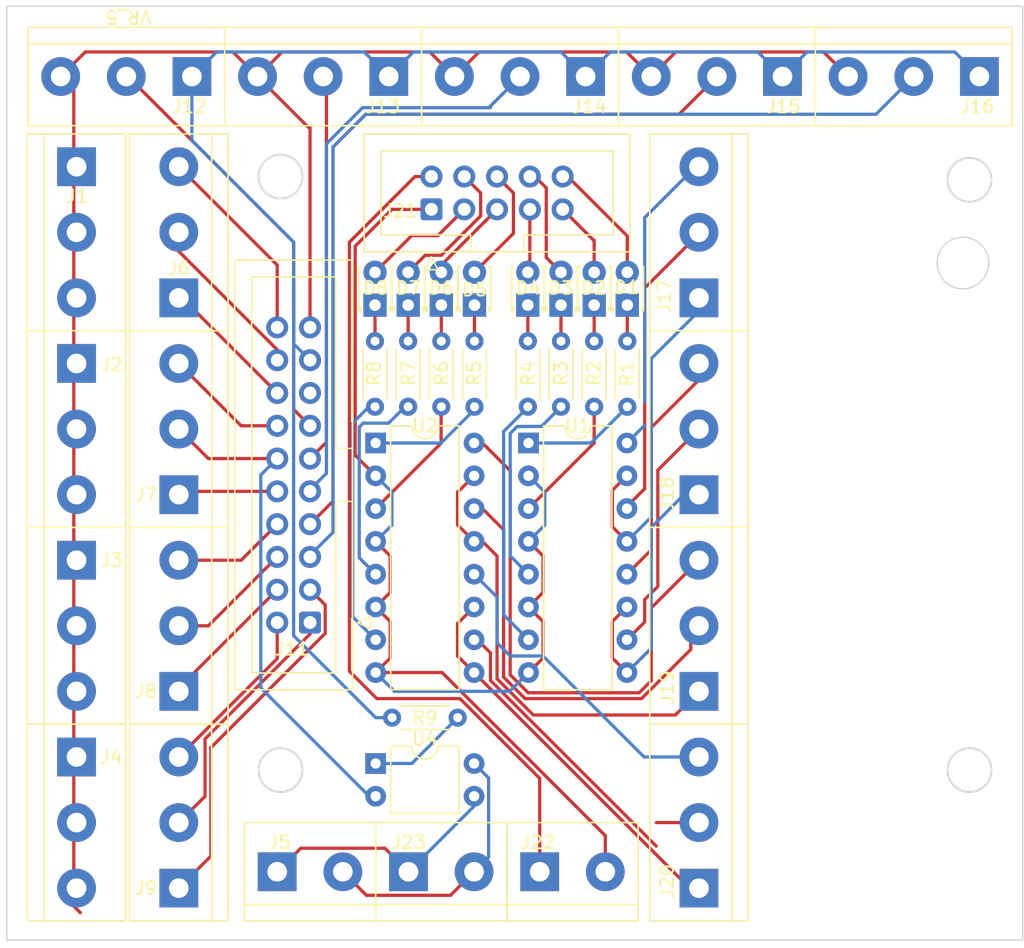
<source format=kicad_pcb>
(kicad_pcb (version 20221018) (generator pcbnew)
  (title_block (title "Control Panel Faceplate IO Breakout Board") (rev "0"))
  (layers (0 "F.Cu" signal) (31 "B.Cu" signal) (34 "B.Paste" user) (35 "F.Paste" user) (36 "B.SilkS" user "B.Silkscreen") (37 "F.SilkS" user "F.Silkscreen") (38 "B.Mask" user) (39 "F.Mask" user) (44 "Edge.Cuts" user))
  (net 0 "")
  (net 1 "/SW_T1")
  (net 2 "/SW_T2")
  (net 3 "/SW_T3")
  (net 4 "/SW_T4")
  (net 5 "/SW_T5")
  (net 6 "/SW_R1")
  (net 7 "/SW_R2")
  (net 8 "/SW_R3")
  (net 9 "/SW_R4")
  (net 10 "/SW_P1")
  (net 11 "/SW_P2")
  (net 12 "/SW_P3")
  (net 13 "/VR_1")
  (net 14 "/VR_2")
  (net 15 "/VR_3")
  (net 16 "/VR_4")
  (net 17 "/VR_5")
  (net 18 "/5V")
  (net 19 "Net-(D1-K)")
  (net 20 "/3V3")
  (net 21 "/GND")
  (net 22 "Net-(D1-A)")
  (net 23 "Net-(D2-K)")
  (net 24 "Net-(D2-A)")
  (net 25 "Net-(D3-K)")
  (net 26 "Net-(D3-A)")
  (net 27 "Net-(D4-K)")
  (net 28 "Net-(D4-A)")
  (net 29 "Net-(D5-K)")
  (net 30 "Net-(D5-A)")
  (net 31 "Net-(D6-K)")
  (net 32 "Net-(D6-A)")
  (net 33 "Net-(D7-K)")
  (net 34 "Net-(D7-A)")
  (net 35 "/GND2")
  (net 36 "Net-(D8-K)")
  (net 37 "Net-(D8-A)")
  (net 38 "Net-(J23-Pin_1)")
  (net 39 "Net-(J23-Pin_2)")
  (net 41 "Net-(J17-Pin_1)")
  (net 42 "Net-(J17-Pin_2)")
  (net 43 "Net-(J17-Pin_3)")
  (net 44 "Net-(J18-Pin_1)")
  (net 45 "Net-(J18-Pin_2)")
  (net 46 "Net-(J18-Pin_3)")
  (net 47 "Net-(J19-Pin_1)")
  (net 48 "Net-(J19-Pin_2)")
  (net 49 "Net-(J19-Pin_3)")
  (net 50 "Net-(J20-Pin_1)")
  (net 51 "Net-(J20-Pin_2)")
  (net 52 "Net-(J20-Pin_3)")
  (net 53 "Net-(R1-Pad1)")
  (net 54 "Net-(R2-Pad1)")
  (net 55 "Net-(R3-Pad1)")
  (net 56 "Net-(R4-Pad1)")
  (net 57 "Net-(R7-Pad1)")
  (net 58 "Net-(R8-Pad1)")
  (net 59 "Net-(R5-Pad1)")
  (net 60 "Net-(R6-Pad1)")
  (net 61 "Net-(R9-Pad1)")
  (footprint "TerminalBlock:TerminalBlock_bornier-3_P5.08mm" (layer "F.Cu") (at 75.438 4.445 180)
    (fp_text reference "J16")
    (fp_text value "Screw_Terminal_01x03")
  )
  (footprint "LED_THT:LED_D1.8mm_W3.3mm_H2.4mm" (layer "F.Cu") (at 28.652 22.14775 90)
    (fp_text reference "D8")
    (fp_text value "LED")
  )
  (footprint "Resistor_THT:R_Axial_DIN0204_L3.6mm_D1.6mm_P5.08mm_Horizontal" (layer "F.Cu") (at 28.652 30.02175 90)
    (fp_text reference "R8")
    (fp_text value "R_US")
  )
  (footprint "Connector_IDC:IDC-Header_2x05_P2.54mm_Vertical" (layer "F.Cu") (at 33.02 14.732 90)
    (fp_text reference "J21")
    (fp_text value "IDC_SW")
  )
  (footprint "LED_THT:LED_D1.8mm_W3.3mm_H2.4mm" (layer "F.Cu") (at 36.352 22.14775 90)
    (fp_text reference "D5")
    (fp_text value "LED")
  )
  (footprint "LED_THT:LED_D1.8mm_W3.3mm_H2.4mm" (layer "F.Cu") (at 40.484 22.14775 90)
    (fp_text reference "D4")
    (fp_text value "LED")
  )
  (footprint "TerminalBlock:TerminalBlock_bornier-3_P5.08mm" (layer "F.Cu") (at 5.548858 26.669234 -90)
    (fp_text reference "J2")
    (fp_text value "Screw_Terminal_01x03")
  )
  (footprint "TerminalBlock:TerminalBlock_bornier-3_P5.08mm" (layer "F.Cu") (at 13.462 52.07 90)
    (fp_text reference "J8")
    (fp_text value "Screw_Terminal_01x03")
  )
  (footprint "Resistor_THT:R_Axial_DIN0204_L3.6mm_D1.6mm_P5.08mm_Horizontal" (layer "F.Cu") (at 45.617332 30.02175 90)
    (fp_text reference "R2")
    (fp_text value "R_US")
  )
  (footprint "LED_THT:LED_D1.8mm_W3.3mm_H2.4mm" (layer "F.Cu") (at 48.184 22.14775 90)
    (fp_text reference "D1")
    (fp_text value "LED")
  )
  (footprint "Package_DIP:DIP-16_W7.62mm" (layer "F.Cu") (at 40.534 32.83075)
    (fp_text reference "U1")
    (fp_text value "LTV-847")
  )
  (footprint "LED_THT:LED_D1.8mm_W3.3mm_H2.4mm" (layer "F.Cu") (at 45.617332 22.14775 90)
    (fp_text reference "D2")
    (fp_text value "LED")
  )
  (footprint "Connector_IDC:IDC-Header_2x10_P2.54mm_Vertical" (layer "F.Cu") (at 23.622 46.736 180)
    (fp_text reference "J11")
    (fp_text value "J_IDC_SW_IN")
  )
  (footprint "TerminalBlock:TerminalBlock_bornier-3_P5.08mm" (layer "F.Cu") (at 13.462 67.31 90)
    (fp_text reference "J9")
    (fp_text value "Screw_Terminal_01x03")
  )
  (footprint "TerminalBlock:TerminalBlock_bornier-3_P5.08mm" (layer "F.Cu") (at 13.462 36.83 90)
    (fp_text reference "J7")
    (fp_text value "Screw_Terminal_01x03")
  )
  (footprint "TerminalBlock:TerminalBlock_bornier-3_P5.08mm" (layer "F.Cu") (at 5.548858 11.429234 -90)
    (fp_text reference "J1")
    (fp_text value "Screw_Terminal_01x03")
  )
  (footprint "TerminalBlock:TerminalBlock_bornier-3_P5.08mm" (layer "F.Cu") (at 5.548858 57.149234 -90)
    (fp_text reference "J4")
    (fp_text value "Screw_Terminal_01x03")
  )
  (footprint "Resistor_THT:R_Axial_DIN0204_L3.6mm_D1.6mm_P5.08mm_Horizontal" (layer "F.Cu") (at 40.484 30.02175 90)
    (fp_text reference "R4")
    (fp_text value "R_US")
  )
  (footprint "TerminalBlock:TerminalBlock_bornier-3_P5.08mm" (layer "F.Cu") (at 14.478 4.445 180)
    (fp_text reference "J12")
    (fp_text value "Screw_Terminal_01x03")
  )
  (footprint "TerminalBlock:TerminalBlock_bornier-2_P5.08mm" (layer "F.Cu") (at 21.082 66.04)
    (fp_text reference "J5")
    (fp_text value "Screw_Terminal_01x03")
  )
  (footprint "TerminalBlock:TerminalBlock_bornier-3_P5.08mm" (layer "F.Cu") (at 60.198 4.445 180)
    (fp_text reference "J15")
    (fp_text value "Screw_Terminal_01x03")
  )
  (footprint "Resistor_THT:R_Axial_DIN0204_L3.6mm_D1.6mm_P5.08mm_Horizontal" (layer "F.Cu") (at 33.785332 30.02175 90)
    (fp_text reference "R6")
    (fp_text value "R_US")
  )
  (footprint "TerminalBlock:TerminalBlock_bornier-3_P5.08mm" (layer "F.Cu") (at 53.732 21.59 90)
    (fp_text reference "J17")
    (fp_text value "Screw_Terminal_01x03")
  )
  (footprint "TerminalBlock:TerminalBlock_bornier-2_P5.08mm" (layer "F.Cu") (at 41.402 66.04)
    (fp_text reference "J22")
    (fp_text value "Screw_Terminal_01x02")
  )
  (footprint "TerminalBlock:TerminalBlock_bornier-3_P5.08mm" (layer "F.Cu") (at 29.718 4.445 180)
    (fp_text reference "J13")
    (fp_text value "Screw_Terminal_01x03")
  )
  (footprint "TerminalBlock:TerminalBlock_bornier-2_P5.08mm" (layer "F.Cu") (at 31.242 66.04)
    (fp_text reference "J23")
    (fp_text value "Screw_Terminal_01x03")
  )
  (footprint "Resistor_THT:R_Axial_DIN0204_L3.6mm_D1.6mm_P5.08mm_Horizontal" (layer "F.Cu") (at 36.352 30.02175 90)
    (fp_text reference "R5")
    (fp_text value "R_US")
  )
  (footprint "TerminalBlock:TerminalBlock_bornier-3_P5.08mm" (layer "F.Cu") (at 53.732 67.31 90)
    (fp_text reference "J20")
    (fp_text value "Screw_Terminal_01x03")
  )
  (footprint "Package_DIP:DIP-16_W7.62mm" (layer "F.Cu") (at 28.702 32.83075)
    (fp_text reference "U2")
    (fp_text value "LTV-847")
  )
  (footprint "Resistor_THT:R_Axial_DIN0204_L3.6mm_D1.6mm_P5.08mm_Horizontal" (layer "F.Cu") (at 31.218666 30.02175 90)
    (fp_text reference "R7")
    (fp_text value "R_US")
  )
  (footprint "TerminalBlock:TerminalBlock_bornier-3_P5.08mm" (layer "F.Cu") (at 44.958 4.445 180)
    (fp_text reference "J14")
    (fp_text value "Screw_Terminal_01x03")
  )
  (footprint "TerminalBlock:TerminalBlock_bornier-3_P5.08mm" (layer "F.Cu") (at 5.548858 41.909234 -90)
    (fp_text reference "J3")
    (fp_text value "Screw_Terminal_01x03")
  )
  (footprint "Resistor_THT:R_Axial_DIN0204_L3.6mm_D1.6mm_P5.08mm_Horizontal" (layer "F.Cu") (at 43.050666 30.02175 90)
    (fp_text reference "R3")
    (fp_text value "R_US")
  )
  (footprint "LED_THT:LED_D1.8mm_W3.3mm_H2.4mm" (layer "F.Cu") (at 33.785332 22.14775 90)
    (fp_text reference "D6")
    (fp_text value "LED")
  )
  (footprint "TerminalBlock:TerminalBlock_bornier-3_P5.08mm" (layer "F.Cu") (at 53.732 52.07 90)
    (fp_text reference "J19")
    (fp_text value "Screw_Terminal_01x03")
  )
  (footprint "Resistor_THT:R_Axial_DIN0204_L3.6mm_D1.6mm_P5.08mm_Horizontal" (layer "F.Cu") (at 48.184 30.02175 90)
    (fp_text reference "R1")
    (fp_text value "R_US")
  )
  (footprint "TerminalBlock:TerminalBlock_bornier-3_P5.08mm" (layer "F.Cu") (at 53.732 36.83 90)
    (fp_text reference "J18")
    (fp_text value "Screw_Terminal_01x03")
  )
  (footprint "LED_THT:LED_D1.8mm_W3.3mm_H2.4mm" (layer "F.Cu") (at 31.218666 22.14775 90)
    (fp_text reference "D7")
    (fp_text value "LED")
  )
  (footprint "TerminalBlock:TerminalBlock_bornier-3_P5.08mm" (layer "F.Cu") (at 13.462 21.59 90)
    (fp_text reference "J6")
    (fp_text value "Screw_Terminal_01x03")
  )
  (footprint "LED_THT:LED_D1.8mm_W3.3mm_H2.4mm" (layer "F.Cu") (at 43.050666 22.14775 90)
    (fp_text reference "D3")
    (fp_text value "LED")
  )
  (footprint "Resistor_THT:R_Axial_DIN0204_L3.6mm_D1.6mm_P5.08mm_Horizontal" (layer "F.Cu") (at 35.052 54.102 180)
    (fp_text reference "R9")
    (fp_text value "R_US")
  )
  (footprint "Package_DIP:DIP-4_W7.62mm" (layer "F.Cu") (at 28.702 57.653)
    (fp_text reference "U4")
    (fp_text value "LTV-817")
  )
  (gr_circle (center 74.676 12.446) (end 76.376 12.446) (stroke (width 0.15)) (fill none) (layer "Edge.Cuts"))
  (gr_circle (center 74.166 18.89) (end 76.166 18.89) (stroke (width 0.1)) (fill none) (layer "Edge.Cuts"))
  (gr_circle (center 21.336 12.192) (end 23.036 12.192) (stroke (width 0.15)) (fill none) (layer "Edge.Cuts"))
  (gr_circle (center 74.676 58.166) (end 76.376 58.166) (stroke (width 0.15)) (fill none) (layer "Edge.Cuts"))
  (gr_circle (center 21.336 58.166) (end 23.036 58.166) (stroke (width 0.15)) (fill none) (layer "Edge.Cuts"))
  (gr_rect (start 0.143 -1) (end 78.793 71.332) (stroke (width 0.1)) (fill none) (layer "Edge.Cuts"))
  (gr_text "VR_5" (at 11.43 -0.762 180) (layer "F.SilkS") (effects (font (size 1 1)) (justify left bottom)))
  (segment (start 21.082 19.05) (end 13.462 11.43) (width 0.25) (layer "F.Cu") (net 1))
  (segment (start 21.082 23.876) (end 21.082 19.05) (width 0.25) (layer "F.Cu") (net 1))
  (segment (start 13.462 17.987) (end 13.462 16.51) (width 0.25) (layer "F.Cu") (net 2))
  (segment (start 21.082 25.607) (end 13.462 17.987) (width 0.25) (layer "F.Cu") (net 2))
  (segment (start 21.082 26.416) (end 21.082 25.607) (width 0.25) (layer "F.Cu") (net 2))
  (segment (start 14.732 21.59) (end 13.462 21.59) (width 0.25) (layer "F.Cu") (net 3))
  (segment (start 21.082 28.956) (end 13.716 21.59) (width 0.25) (layer "F.Cu") (net 3))
  (segment (start 13.716 21.59) (end 13.462 21.59) (width 0.25) (layer "F.Cu") (net 3))
  (segment (start 18.288 31.496) (end 18.542 31.496) (width 0.25) (layer "F.Cu") (net 4))
  (segment (start 21.082 31.496) (end 18.542 31.496) (width 0.25) (layer "F.Cu") (net 4))
  (segment (start 13.462 26.67) (end 18.288 31.496) (width 0.25) (layer "F.Cu") (net 4))
  (segment (start 21.082 31.496) (end 21.082 32.258) (width 0.25) (layer "B.Cu") (net 4))
  (segment (start 15.748 34.036) (end 16.764 34.036) (width 0.25) (layer "F.Cu") (net 5))
  (segment (start 13.462 31.75) (end 15.748 34.036) (width 0.25) (layer "F.Cu") (net 5))
  (segment (start 21.082 34.036) (end 16.764 34.036) (width 0.25) (layer "F.Cu") (net 5))
  (segment (start 21.082 34.036) (end 19.812 35.306) (width 0.25) (layer "B.Cu") (net 5))
  (segment (start 28.702 60.193) (end 28.204 60.193) (width 0.25) (layer "B.Cu") (net 5))
  (segment (start 19.812 51.801) (end 19.812 35.306) (width 0.25) (layer "B.Cu") (net 5))
  (segment (start 28.204 60.193) (end 19.812 51.801) (width 0.25) (layer "B.Cu") (net 5))
  (segment (start 21.082 36.576) (end 13.716 36.576) (width 0.25) (layer "F.Cu") (net 6))
  (segment (start 13.716 36.576) (end 13.462 36.83) (width 0.25) (layer "F.Cu") (net 6))
  (segment (start 21.082 39.116) (end 19.939 40.259) (width 0.25) (layer "F.Cu") (net 7))
  (segment (start 18.288 41.91) (end 19.939 40.259) (width 0.25) (layer "F.Cu") (net 7))
  (segment (start 13.462 41.91) (end 18.288 41.91) (width 0.25) (layer "F.Cu") (net 7))
  (segment (start 15.748 46.99) (end 16.256 46.482) (width 0.25) (layer "F.Cu") (net 8))
  (segment (start 13.462 46.99) (end 15.748 46.99) (width 0.25) (layer "F.Cu") (net 8))
  (segment (start 21.082 41.656) (end 16.256 46.482) (width 0.25) (layer "F.Cu") (net 8))
  (segment (start 21.082 44.196) (end 13.462 51.816) (width 0.25) (layer "F.Cu") (net 9))
  (segment (start 21.082 49.53) (end 13.462 57.15) (width 0.25) (layer "F.Cu") (net 10))
  (segment (start 21.082 49.53) (end 21.082 46.736) (width 0.25) (layer "F.Cu") (net 10))
  (segment (start 15.494 55.754396) (end 23.622 47.626396) (width 0.25) (layer "F.Cu") (net 11))
  (segment (start 13.462 62.23) (end 15.494 60.198) (width 0.25) (layer "F.Cu") (net 11))
  (segment (start 15.494 60.198) (end 15.494 55.754396) (width 0.25) (layer "F.Cu") (net 11))
  (segment (start 23.622 47.626396) (end 23.622 46.736) (width 0.25) (layer "F.Cu") (net 11))
  (segment (start 24.797 47.574173) (end 24.797 45.371) (width 0.25) (layer "F.Cu") (net 12))
  (segment (start 15.944 56.427173) (end 24.797 47.574173) (width 0.25) (layer "F.Cu") (net 12))
  (segment (start 24.797 45.371) (end 23.622 44.196) (width 0.25) (layer "F.Cu") (net 12))
  (segment (start 15.944 64.828) (end 15.944 56.427173) (width 0.25) (layer "F.Cu") (net 12))
  (segment (start 13.462 67.31) (end 15.944 64.828) (width 0.25) (layer "F.Cu") (net 12))
  (segment (start 27.94 7.366) (end 67.437 7.366) (width 0.25) (layer "B.Cu") (net 13))
  (segment (start 23.622 41.529) (end 25.4 39.751) (width 0.25) (layer "B.Cu") (net 13))
  (segment (start 67.437 7.366) (end 70.358 4.445) (width 0.25) (layer "B.Cu") (net 13))
  (segment (start 25.4 9.906) (end 27.94 7.366) (width 0.25) (layer "B.Cu") (net 13))
  (segment (start 25.4 39.751) (end 25.4 9.906) (width 0.25) (layer "B.Cu") (net 13))
  (segment (start 25.4 9.906) (end 27.94 7.366) (width 0.25) (layer "F.Cu") (net 14))
  (segment (start 27.94 7.366) (end 52.324 7.366) (width 0.25) (layer "F.Cu") (net 14))
  (segment (start 25.4 37.338) (end 25.4 9.906) (width 0.25) (layer "F.Cu") (net 14))
  (segment (start 52.197 7.366) (end 55.118 4.445) (width 0.25) (layer "F.Cu") (net 14))
  (segment (start 23.622 39.116) (end 25.4 37.338) (width 0.25) (layer "F.Cu") (net 14))
  (segment (start 27.686 6.858) (end 37.592 6.858) (width 0.25) (layer "B.Cu") (net 15))
  (segment (start 24.892 35.179) (end 24.892 9.652) (width 0.25) (layer "B.Cu") (net 15))
  (segment (start 23.622 36.449) (end 24.892 35.179) (width 0.25) (layer "B.Cu") (net 15))
  (segment (start 39.878 4.445) (end 37.465 6.858) (width 0.25) (layer "B.Cu") (net 15))
  (segment (start 24.892 9.652) (end 27.686 6.858) (width 0.25) (layer "B.Cu") (net 15))
  (segment (start 24.892 32.766) (end 24.892 4.699) (width 0.25) (layer "F.Cu") (net 16))
  (segment (start 23.622 34.036) (end 24.892 32.766) (width 0.25) (layer "F.Cu") (net 16))
  (segment (start 24.892 4.699) (end 24.638 4.445) (width 0.25) (layer "F.Cu") (net 16))
  (segment (start 22.352 17.272) (end 22.352 30.226) (width 0.25) (layer "F.Cu") (net 17))
  (segment (start 9.398 4.445) (end 9.525 4.445) (width 0.25) (layer "F.Cu") (net 17))
  (segment (start 9.525 4.445) (end 22.352 17.272) (width 0.25) (layer "F.Cu") (net 17))
  (segment (start 22.352 30.226) (end 23.622 31.496) (width 0.25) (layer "F.Cu") (net 17))
  (segment (start 14.478 9.398) (end 22.352 17.272) (width 0.25) (layer "B.Cu") (net 18))
  (segment (start 46.863 2.54) (end 58.293 2.54) (width 0.25) (layer "B.Cu") (net 18))
  (segment (start 22.352 47.752) (end 28.702 54.102) (width 0.25) (layer "B.Cu") (net 18))
  (segment (start 44.958 4.445) (end 46.863 2.54) (width 0.25) (layer "B.Cu") (net 18))
  (segment (start 22.352 25.146) (end 22.352 20.32) (width 0.25) (layer "B.Cu") (net 18))
  (segment (start 60.198 4.445) (end 62.103 2.54) (width 0.25) (layer "B.Cu") (net 18))
  (segment (start 43.053 2.54) (end 44.958 4.445) (width 0.25) (layer "B.Cu") (net 18))
  (segment (start 22.352 17.272) (end 22.352 20.32) (width 0.25) (layer "B.Cu") (net 18))
  (segment (start 73.533 2.54) (end 75.438 4.445) (width 0.25) (layer "B.Cu") (net 18))
  (segment (start 31.623 2.54) (end 43.053 2.54) (width 0.25) (layer "B.Cu") (net 18))
  (segment (start 62.103 2.54) (end 73.533 2.54) (width 0.25) (layer "B.Cu") (net 18))
  (segment (start 27.813 2.54) (end 29.718 4.445) (width 0.25) (layer "B.Cu") (net 18))
  (segment (start 14.478 4.445) (end 16.383 2.54) (width 0.25) (layer "B.Cu") (net 18))
  (segment (start 29.718 4.445) (end 31.623 2.54) (width 0.25) (layer "B.Cu") (net 18))
  (segment (start 28.702 54.102) (end 29.972 54.102) (width 0.25) (layer "B.Cu") (net 18))
  (segment (start 14.478 4.445) (end 14.478 9.398) (width 0.25) (layer "B.Cu") (net 18))
  (segment (start 16.383 2.54) (end 27.813 2.54) (width 0.25) (layer "B.Cu") (net 18))
  (segment (start 23.622 26.416) (end 22.352 25.146) (width 0.25) (layer "B.Cu") (net 18))
  (segment (start 58.293 2.54) (end 60.198 4.445) (width 0.25) (layer "B.Cu") (net 18))
  (segment (start 22.352 20.32) (end 22.352 47.752) (width 0.25) (layer "B.Cu") (net 18))
  (segment (start 48.184 22.14775) (end 48.184 24.94175) (width 0.25) (layer "F.Cu") (net 19))
  (segment (start 26.67 17.272) (end 26.67 50.509745) (width 0.25) (layer "F.Cu") (net 20))
  (segment (start 35.227354 52.62775) (end 41.402 58.802396) (width 0.25) (layer "F.Cu") (net 20))
  (segment (start 26.67 50.509745) (end 28.788005 52.62775) (width 0.25) (layer "F.Cu") (net 20))
  (segment (start 41.402 58.802396) (end 41.402 66.04) (width 0.25) (layer "F.Cu") (net 20))
  (segment (start 31.75 12.192) (end 26.67 17.272) (width 0.25) (layer "F.Cu") (net 20))
  (segment (start 33.02 12.192) (end 31.75 12.192) (width 0.25) (layer "F.Cu") (net 20))
  (segment (start 28.788005 52.62775) (end 35.227354 52.62775) (width 0.25) (layer "F.Cu") (net 20))
  (segment (start 48.133 2.54) (end 50.038 4.445) (width 0.25) (layer "F.Cu") (net 21))
  (segment (start 50.137 4.544) (end 50.038 4.445) (width 0.25) (layer "F.Cu") (net 21))
  (segment (start 4.318 4.445) (end 5.334 5.461) (width 0.25) (layer "F.Cu") (net 21))
  (segment (start 19.558 4.445) (end 21.463 2.54) (width 0.25) (layer "F.Cu") (net 21))
  (segment (start 4.318 4.445) (end 6.223 2.54) (width 0.25) (layer "F.Cu") (net 21))
  (segment (start 36.703 2.54) (end 48.133 2.54) (width 0.25) (layer "F.Cu") (net 21))
  (segment (start 63.373 2.54) (end 65.278 4.445) (width 0.25) (layer "F.Cu") (net 21))
  (segment (start 5.334 68.707) (end 5.842 69.215) (width 0.25) (layer "F.Cu") (net 21))
  (segment (start 21.463 2.54) (end 32.893 2.54) (width 0.25) (layer "F.Cu") (net 21))
  (segment (start 35.5505 5.1975) (end 34.798 4.445) (width 0.25) (layer "F.Cu") (net 21))
  (segment (start 50.038 4.445) (end 51.943 2.54) (width 0.25) (layer "F.Cu") (net 21))
  (segment (start 19.558 4.445) (end 23.495 8.382) (width 0.25) (layer "F.Cu") (net 21))
  (segment (start 51.943 2.54) (end 63.373 2.54) (width 0.25) (layer "F.Cu") (net 21))
  (segment (start 6.223 2.54) (end 17.653 2.54) (width 0.25) (layer "F.Cu") (net 21))
  (segment (start 5.334 5.461) (end 5.334 68.707) (width 0.25) (layer "F.Cu") (net 21))
  (segment (start 17.653 2.54) (end 19.558 4.445) (width 0.25) (layer "F.Cu") (net 21))
  (segment (start 32.893 2.54) (end 34.798 4.445) (width 0.25) (layer "F.Cu") (net 21))
  (segment (start 34.798 4.445) (end 36.703 2.54) (width 0.25) (layer "F.Cu") (net 21))
  (segment (start 23.622 23.876) (end 23.622 8.382) (width 0.25) (layer "F.Cu") (net 21))
  (segment (start 43.572 12.192) (end 48.184 16.804) (width 0.25) (layer "F.Cu") (net 22))
  (segment (start 48.184 16.804) (end 48.184 19.60775) (width 0.25) (layer "F.Cu") (net 22))
  (segment (start 45.617332 22.14775) (end 45.617332 24.94175) (width 0.25) (layer "F.Cu") (net 23))
  (segment (start 45.617332 17.120668) (end 45.568668 17.120668) (width 0.25) (layer "F.Cu") (net 24))
  (segment (start 45.568668 17.120668) (end 43.18 14.732) (width 0.25) (layer "F.Cu") (net 24))
  (segment (start 45.617332 17.120668) (end 45.617332 19.60775) (width 0.25) (layer "F.Cu") (net 24))
  (segment (start 43.050666 22.14775) (end 43.050666 24.94175) (width 0.25) (layer "F.Cu") (net 25))
  (segment (start 41.032 12.192) (end 41.91 13.07) (width 0.25) (layer "F.Cu") (net 26))
  (segment (start 41.91 18.467084) (end 43.050666 19.60775) (width 0.25) (layer "F.Cu") (net 26))
  (segment (start 41.91 13.07) (end 41.91 18.467084) (width 0.25) (layer "F.Cu") (net 26))
  (segment (start 40.484 22.14775) (end 40.484 24.94175) (width 0.25) (layer "F.Cu") (net 27))
  (segment (start 40.64 19.45175) (end 40.484 19.60775) (width 0.25) (layer "F.Cu") (net 28))
  (segment (start 40.64 14.732) (end 40.64 19.45175) (width 0.25) (layer "F.Cu") (net 28))
  (segment (start 36.352 22.14775) (end 36.352 24.94175) (width 0.25) (layer "F.Cu") (net 29))
  (segment (start 39.37 16.58975) (end 36.352 19.60775) (width 0.25) (layer "F.Cu") (net 30))
  (segment (start 38.1 12.192) (end 39.37 13.462) (width 0.25) (layer "F.Cu") (net 30))
  (segment (start 39.37 13.462) (end 39.37 16.58975) (width 0.25) (layer "F.Cu") (net 30))
  (segment (start 33.785332 22.14775) (end 33.785332 24.94175) (width 0.25) (layer "F.Cu") (net 31))
  (segment (start 33.785332 19.046668) (end 33.785332 19.60775) (width 0.25) (layer "F.Cu") (net 32))
  (segment (start 38.1 14.732) (end 33.785332 19.046668) (width 0.25) (layer "F.Cu") (net 32))
  (segment (start 31.218666 22.14775) (end 31.218666 24.94175) (width 0.25) (layer "F.Cu") (net 33))
  (segment (start 33.782 18.288) (end 32.538416 18.288) (width 0.25) (layer "F.Cu") (net 34))
  (segment (start 36.83 15.24) (end 33.782 18.288) (width 0.25) (layer "F.Cu") (net 34))
  (segment (start 36.83 13.462) (end 36.83 15.24) (width 0.25) (layer "F.Cu") (net 34))
  (segment (start 35.56 12.192) (end 36.83 13.462) (width 0.25) (layer "F.Cu") (net 34))
  (segment (start 32.538416 18.288) (end 31.218666 19.60775) (width 0.25) (layer "F.Cu") (net 34))
  (segment (start 29.827 44.40575) (end 28.702 45.53075) (width 0.25) (layer "F.Cu") (net 35))
  (segment (start 41.659 41.57575) (end 41.659 44.40575) (width 0.25) (layer "F.Cu") (net 35))
  (segment (start 41.659 44.40575) (end 40.534 45.53075) (width 0.25) (layer "F.Cu") (net 35))
  (segment (start 46.482 63.246) (end 33.84675 50.61075) (width 0.25) (layer "F.Cu") (net 35))
  (segment (start 46.482 66.04) (end 46.482 63.246) (width 0.25) (layer "F.Cu") (net 35))
  (segment (start 28.702 50.61075) (end 29.827 49.48575) (width 0.25) (layer "F.Cu") (net 35))
  (segment (start 33.02 14.732) (end 29.972 14.732) (width 0.25) (layer "F.Cu") (net 35))
  (segment (start 41.659 46.65575) (end 40.534 45.53075) (width 0.25) (layer "F.Cu") (net 35))
  (segment (start 40.534 40.45075) (end 41.659 41.57575) (width 0.25) (layer "F.Cu") (net 35))
  (segment (start 33.84675 50.61075) (end 28.702 50.61075) (width 0.25) (layer "F.Cu") (net 35))
  (segment (start 29.827 49.48575) (end 29.827 46.65575) (width 0.25) (layer "F.Cu") (net 35))
  (segment (start 41.659 49.48575) (end 41.659 46.65575) (width 0.25) (layer "F.Cu") (net 35))
  (segment (start 29.827 46.65575) (end 28.702 45.53075) (width 0.25) (layer "F.Cu") (net 35))
  (segment (start 27.12 33.78875) (end 28.702 35.37075) (width 0.25) (layer "F.Cu") (net 35))
  (segment (start 40.534 50.61075) (end 41.659 49.48575) (width 0.25) (layer "F.Cu") (net 35))
  (segment (start 33.205834 14.732) (end 33.02 14.732) (width 0.25) (layer "F.Cu") (net 35))
  (segment (start 27.12 17.584) (end 27.12 33.78875) (width 0.25) (layer "F.Cu") (net 35))
  (segment (start 28.702 40.45075) (end 29.827 41.57575) (width 0.25) (layer "F.Cu") (net 35))
  (segment (start 29.827 41.57575) (end 29.827 44.40575) (width 0.25) (layer "F.Cu") (net 35))
  (segment (start 29.972 14.732) (end 27.12 17.584) (width 0.25) (layer "F.Cu") (net 35))
  (segment (start 28.702 40.45075) (end 29.962 39.19075) (width 0.25) (layer "B.Cu") (net 35))
  (segment (start 40.534 35.37075) (end 41.794 36.63075) (width 0.25) (layer "B.Cu") (net 35))
  (segment (start 29.962 36.63075) (end 28.702 35.37075) (width 0.25) (layer "B.Cu") (net 35))
  (segment (start 41.794 36.63075) (end 41.794 39.19075) (width 0.25) (layer "B.Cu") (net 35))
  (segment (start 41.794 39.19075) (end 40.534 40.45075) (width 0.25) (layer "B.Cu") (net 35))
  (segment (start 29.962 39.19075) (end 29.962 36.63075) (width 0.25) (layer "B.Cu") (net 35))
  (segment (start 40.534 50.61075) (end 39.080399 52.064351) (width 0.25) (layer "B.Cu") (net 35))
  (segment (start 39.080399 52.064351) (end 30.155601 52.064351) (width 0.25) (layer "B.Cu") (net 35))
  (segment (start 30.155601 52.064351) (end 28.702 50.61075) (width 0.25) (layer "B.Cu") (net 35))
  (segment (start 28.652 22.14775) (end 28.652 24.94175) (width 0.25) (layer "F.Cu") (net 36))
  (segment (start 35.56 14.732) (end 33.528 16.764) (width 0.25) (layer "F.Cu") (net 37))
  (segment (start 31.49575 16.764) (end 28.652 19.60775) (width 0.25) (layer "F.Cu") (net 37))
  (segment (start 33.528 16.764) (end 31.49575 16.764) (width 0.25) (layer "F.Cu") (net 37))
  (segment (start 22.907 64.215) (end 29.417 64.215) (width 0.25) (layer "F.Cu") (net 38))
  (segment (start 29.417 64.215) (end 31.242 66.04) (width 0.25) (layer "F.Cu") (net 38))
  (segment (start 21.082 66.04) (end 22.907 64.215) (width 0.25) (layer "F.Cu") (net 38))
  (segment (start 36.322 60.193) (end 36.322 60.96) (width 0.25) (layer "B.Cu") (net 38))
  (segment (start 36.322 60.96) (end 31.242 66.04) (width 0.25) (layer "B.Cu") (net 38))
  (segment (start 26.162 66.04) (end 27.987 67.865) (width 0.25) (layer "F.Cu") (net 39))
  (segment (start 34.497 67.865) (end 36.322 66.04) (width 0.25) (layer "F.Cu") (net 39))
  (segment (start 27.987 67.865) (end 34.497 67.865) (width 0.25) (layer "F.Cu") (net 39))
  (segment (start 37.447 58.778) (end 37.447 64.915) (width 0.25) (layer "B.Cu") (net 39))
  (segment (start 37.447 64.915) (end 36.322 66.04) (width 0.25) (layer "B.Cu") (net 39))
  (segment (start 36.322 57.653) (end 37.447 58.778) (width 0.25) (layer "B.Cu") (net 39))
  (segment (start 48.154 35.37075) (end 47.029 36.49575) (width 0.25) (layer "F.Cu") (net 41))
  (segment (start 47.029 39.32575) (end 48.154 40.45075) (width 0.25) (layer "F.Cu") (net 41))
  (segment (start 47.029 36.49575) (end 47.029 39.32575) (width 0.25) (layer "F.Cu") (net 41))
  (segment (start 48.154 40.45075) (end 50.038 38.56675) (width 0.25) (layer "B.Cu") (net 41))
  (segment (start 50.038 38.56675) (end 50.038 26.3) (width 0.25) (layer "B.Cu") (net 41))
  (segment (start 50.038 26.3) (end 54.748 21.59) (width 0.25) (layer "B.Cu") (net 41))
  (segment (start 53.732 16.51) (end 52.832 17.41) (width 0.25) (layer "F.Cu") (net 42))
  (segment (start 52.832 17.526) (end 49.53 20.828) (width 0.25) (layer "F.Cu") (net 42))
  (segment (start 48.154 37.74775) (end 48.154 37.91075) (width 0.25) (layer "F.Cu") (net 42))
  (segment (start 52.832 17.41) (end 52.832 17.526) (width 0.25) (layer "F.Cu") (net 42))
  (segment (start 49.53 20.828) (end 49.53 36.37175) (width 0.25) (layer "F.Cu") (net 42))
  (segment (start 49.53 36.37175) (end 48.154 37.74775) (width 0.25) (layer "F.Cu") (net 42))
  (segment (start 49.53 29.627) (end 49.53 27.686) (width 0.25) (layer "B.Cu") (net 43))
  (segment (start 53.732 11.43) (end 53.478 11.43) (width 0.25) (layer "B.Cu") (net 43))
  (segment (start 53.478 11.43) (end 49.53 15.378) (width 0.25) (layer "B.Cu") (net 43))
  (segment (start 49.53 15.378) (end 49.53 27.686) (width 0.25) (layer "B.Cu") (net 43))
  (segment (start 48.154 32.83075) (end 49.53 31.45475) (width 0.25) (layer "B.Cu") (net 43))
  (segment (start 47.029 46.65575) (end 47.029 49.48575) (width 0.25) (layer "F.Cu") (net 44))
  (segment (start 48.154 45.53075) (end 47.029 46.65575) (width 0.25) (layer "F.Cu") (net 44))
  (segment (start 47.029 49.48575) (end 48.154 50.61075) (width 0.25) (layer "F.Cu") (net 44))
  (segment (start 50.038 39.37) (end 50.038 48.72675) (width 0.25) (layer "B.Cu") (net 44))
  (segment (start 54.748 36.83) (end 52.578 36.83) (width 0.25) (layer "B.Cu") (net 44))
  (segment (start 52.578 36.83) (end 50.038 39.37) (width 0.25) (layer "B.Cu") (net 44))
  (segment (start 50.038 48.72675) (end 48.154 50.61075) (width 0.25) (layer "B.Cu") (net 44))
  (segment (start 49.53 46.69475) (end 48.154 48.07075) (width 0.25) (layer "F.Cu") (net 45))
  (segment (start 53.732 31.75) (end 50.546 34.936) (width 0.25) (layer "F.Cu") (net 45))
  (segment (start 50.546 34.936) (end 50.546 43.942) (width 0.25) (layer "F.Cu") (net 45))
  (segment (start 50.546 43.942) (end 49.53 44.958) (width 0.25) (layer "F.Cu") (net 45))
  (segment (start 49.53 44.958) (end 49.53 46.69475) (width 0.25) (layer "F.Cu") (net 45))
  (segment (start 48.154 42.99075) (end 50.038 41.10675) (width 0.25) (layer "F.Cu") (net 46))
  (segment (start 50.038 41.10675) (end 50.038 31.634) (width 0.25) (layer "F.Cu") (net 46))
  (segment (start 50.038 31.634) (end 55.002 26.67) (width 0.25) (layer "F.Cu") (net 46))
  (segment (start 36.968 40.45075) (end 38.1 41.58275) (width 0.25) (layer "F.Cu") (net 47))
  (segment (start 51.90425 53.89775) (end 40.903604 53.89775) (width 0.25) (layer "F.Cu") (net 47))
  (segment (start 35.042 39.17075) (end 35.042 36.62575) (width 0.25) (layer "F.Cu") (net 47))
  (segment (start 53.732 52.07) (end 51.90425 53.89775) (width 0.25) (layer "F.Cu") (net 47))
  (segment (start 35.042 36.62575) (end 35.067 36.62575) (width 0.25) (layer "F.Cu") (net 47))
  (segment (start 38.1 41.58275) (end 38.1 51.094146) (width 0.25) (layer "F.Cu") (net 47))
  (segment (start 38.1 51.094146) (end 40.903604 53.89775) (width 0.25) (layer "F.Cu") (net 47))
  (segment (start 36.322 40.45075) (end 35.042 39.17075) (width 0.25) (layer "F.Cu") (net 47))
  (segment (start 35.067 36.62575) (end 36.322 35.37075) (width 0.25) (layer "F.Cu") (net 47))
  (segment (start 36.083 37.91075) (end 36.068 37.91075) (width 0.25) (layer "F.Cu") (net 48))
  (segment (start 53.098396 46.99) (end 53.732 46.99) (width 0.25) (layer "F.Cu") (net 48))
  (segment (start 38.608 39.55075) (end 38.608 50.96575) (width 0.25) (layer "F.Cu") (net 48))
  (segment (start 49.288396 52.62775) (end 53.098396 48.81775) (width 0.25) (layer "F.Cu") (net 48))
  (segment (start 40.27 52.62775) (end 49.288396 52.62775) (width 0.25) (layer "F.Cu") (net 48))
  (segment (start 38.608 50.96575) (end 40.27 52.62775) (width 0.25) (layer "F.Cu") (net 48))
  (segment (start 53.098396 48.81775) (end 53.098396 47.623604) (width 0.25) (layer "F.Cu") (net 48))
  (segment (start 53.098396 47.623604) (end 53.732 46.99) (width 0.25) (layer "F.Cu") (net 48))
  (segment (start 36.968 37.91075) (end 38.608 39.55075) (width 0.25) (layer "F.Cu") (net 48))
  (segment (start 36.068 32.83075) (end 36.0805 32.83075) (width 0.25) (layer "F.Cu") (net 49))
  (segment (start 50.038 45.604) (end 50.038 51.24175) (width 0.25) (layer "F.Cu") (net 49))
  (segment (start 50.038 51.24175) (end 49.102 52.17775) (width 0.25) (layer "F.Cu") (net 49))
  (segment (start 39.116 34.97875) (end 36.968 32.83075) (width 0.25) (layer "F.Cu") (net 49))
  (segment (start 40.510009 52.17775) (end 39.116 50.783741) (width 0.25) (layer "F.Cu") (net 49))
  (segment (start 39.116 50.783741) (end 39.116 34.97875) (width 0.25) (layer "F.Cu") (net 49))
  (segment (start 53.732 41.91) (end 50.038 45.604) (width 0.25) (layer "F.Cu") (net 49))
  (segment (start 49.102 52.17775) (end 40.510009 52.17775) (width 0.25) (layer "F.Cu") (net 49))
  (segment (start 35.042 49.33075) (end 36.322 50.61075) (width 0.25) (layer "F.Cu") (net 50))
  (segment (start 35.042 46.81075) (end 35.042 49.33075) (width 0.25) (layer "F.Cu") (net 50))
  (segment (start 36.322 50.61075) (end 53.732 68.02075) (width 0.25) (layer "F.Cu") (net 50))
  (segment (start 53.732 66.193) (end 53.732 67.31) (width 0.25) (layer "F.Cu") (net 50))
  (segment (start 53.732 67.31) (end 53.732 66.178) (width 0.25) (layer "F.Cu") (net 50))
  (segment (start 36.322 45.53075) (end 35.042 46.81075) (width 0.25) (layer "F.Cu") (net 50))
  (segment (start 50.427208 64.05775) (end 37.592 51.222542) (width 0.25) (layer "F.Cu") (net 51))
  (segment (start 53.732 62.23) (end 50.427208 62.23) (width 0.25) (layer "F.Cu") (net 51))
  (segment (start 37.592 49.08675) (end 36.576 48.07075) (width 0.25) (layer "F.Cu") (net 51))
  (segment (start 37.592 51.222542) (end 37.592 49.08675) (width 0.25) (layer "F.Cu") (net 51))
  (segment (start 38.1 44.76875) (end 36.322 42.99075) (width 0.25) (layer "B.Cu") (net 52))
  (segment (start 49.48025 57.15) (end 41.656 49.32575) (width 0.25) (layer "B.Cu") (net 52))
  (segment (start 41.656 49.32575) (end 39.116 49.32575) (width 0.25) (layer "B.Cu") (net 52))
  (segment (start 39.116 49.32575) (end 38.1 48.30975) (width 0.25) (layer "B.Cu") (net 52))
  (segment (start 51.308 57.15) (end 49.48025 57.15) (width 0.25) (layer "B.Cu") (net 52))
  (segment (start 38.1 48.30975) (end 38.1 44.76875) (width 0.25) (layer "B.Cu") (net 52))
  (segment (start 53.732 57.15) (end 51.308 57.15) (width 0.25) (layer "B.Cu") (net 52))
  (segment (start 36.068 42.99075) (end 36.083 42.99075) (width 0.25) (layer "B.Cu") (net 52))
  (segment (start 45.375 32.83075) (end 40.534 32.83075) (width 0.25) (layer "B.Cu") (net 53))
  (segment (start 48.184 30.02175) (end 45.375 32.83075) (width 0.25) (layer "B.Cu") (net 53))
  (segment (start 48.139716 30.02175) (end 48.139716 30.026034) (width 0.25) (layer "B.Cu") (net 53))
  (segment (start 45.617332 32.827418) (end 40.534 37.91075) (width 0.25) (layer "F.Cu") (net 54))
  (segment (start 45.617332 30.02175) (end 45.617332 32.827418) (width 0.25) (layer "F.Cu") (net 54))
  (segment (start 39.663 31.54575) (end 39.116 32.09275) (width 0.25) (layer "B.Cu") (net 55))
  (segment (start 39.116 41.57275) (end 40.534 42.99075) (width 0.25) (layer "B.Cu") (net 55))
  (segment (start 43.062572 30.02175) (end 41.538572 31.54575) (width 0.25) (layer "B.Cu") (net 55))
  (segment (start 41.538572 31.54575) (end 39.663 31.54575) (width 0.25) (layer "B.Cu") (net 55))
  (segment (start 39.116 32.09275) (end 39.116 41.57275) (width 0.25) (layer "B.Cu") (net 55))
  (segment (start 40.534 48.07075) (end 38.608 46.14475) (width 0.25) (layer "B.Cu") (net 56))
  (segment (start 38.608 31.93775) (end 40.524 30.02175) (width 0.25) (layer "B.Cu") (net 56))
  (segment (start 38.608 46.14475) (end 38.608 31.93775) (width 0.25) (layer "B.Cu") (net 56))
  (segment (start 28.702 42.99075) (end 27.432 41.72075) (width 0.25) (layer "B.Cu") (net 57))
  (segment (start 27.737 31.29175) (end 27.432 31.59675) (width 0.25) (layer "B.Cu") (net 57))
  (segment (start 31.232 29.76775) (end 29.708 31.29175) (width 0.25) (layer "B.Cu") (net 57))
  (segment (start 27.432 31.59675) (end 27.432 41.45175) (width 0.25) (layer "B.Cu") (net 57))
  (segment (start 29.708 31.29175) (end 27.737 31.29175) (width 0.25) (layer "B.Cu") (net 57))
  (segment (start 27.432 41.72075) (end 27.432 41.45175) (width 0.25) (layer "B.Cu") (net 57))
  (segment (start 28.184 30.02175) (end 26.924 31.28175) (width 0.25) (layer "B.Cu") (net 58))
  (segment (start 26.924 46.29275) (end 28.702 48.07075) (width 0.25) (layer "B.Cu") (net 58))
  (segment (start 28.652 30.02175) (end 28.184 30.02175) (width 0.25) (layer "B.Cu") (net 58))
  (segment (start 26.924 31.28175) (end 26.924 46.29275) (width 0.25) (layer "B.Cu") (net 58))
  (segment (start 36.312 30.28375) (end 33.765 32.83075) (width 0.25) (layer "B.Cu") (net 59))
  (segment (start 33.765 32.83075) (end 28.702 32.83075) (width 0.25) (layer "B.Cu") (net 59))
  (segment (start 36.312 30.02175) (end 36.312 30.28375) (width 0.25) (layer "B.Cu") (net 59))
  (segment (start 33.772 32.84075) (end 28.702 37.91075) (width 0.25) (layer "F.Cu") (net 60))
  (segment (start 33.772 29.76775) (end 33.772 32.84075) (width 0.25) (layer "F.Cu") (net 60))
  (segment (start 28.702 57.653) (end 31.501 57.653) (width 0.25) (layer "B.Cu") (net 61))
  (segment (start 31.501 57.653) (end 35.052 54.102) (width 0.25) (layer "B.Cu") (net 61))
)
</source>
